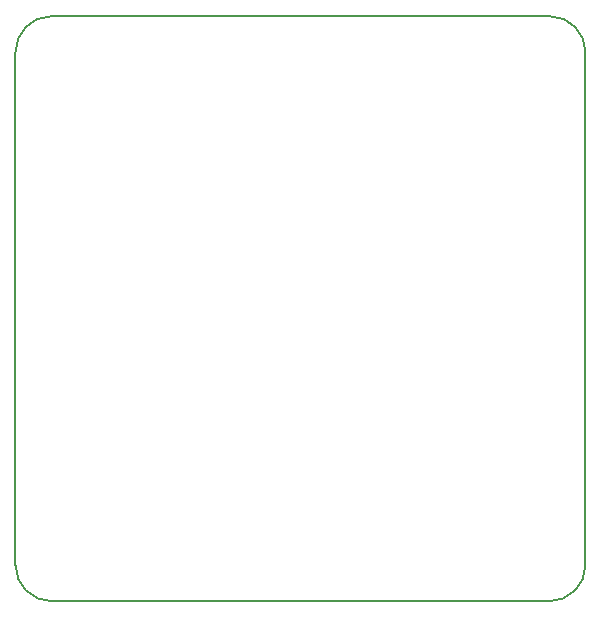
<source format=gbr>
%FSLAX34Y34*%
G04 Gerber Fmt 3.4, Leading zero omitted, Abs format*
G04 (created by PCBNEW (2014-06-03 BZR 4917)-product) date Thu 12 Jun 2014 04:24:27 AM CEST*
%MOIN*%
G01*
G70*
G90*
G04 APERTURE LIST*
%ADD10C,0.005906*%
%ADD11C,0.007874*%
G04 APERTURE END LIST*
G54D10*
G54D11*
X8750Y-43550D02*
G75*
G03X9950Y-44750I1200J0D01*
G74*
G01*
X9950Y-25250D02*
G75*
G03X8750Y-26450I0J-1200D01*
G74*
G01*
X26550Y-44750D02*
G75*
G03X27750Y-43550I0J1200D01*
G74*
G01*
X27750Y-26450D02*
G75*
G03X26550Y-25250I-1200J0D01*
G74*
G01*
X27750Y-26450D02*
X27750Y-43550D01*
X9950Y-44750D02*
X26550Y-44750D01*
X8750Y-26450D02*
X8750Y-43550D01*
X26550Y-25250D02*
X9950Y-25250D01*
M02*

</source>
